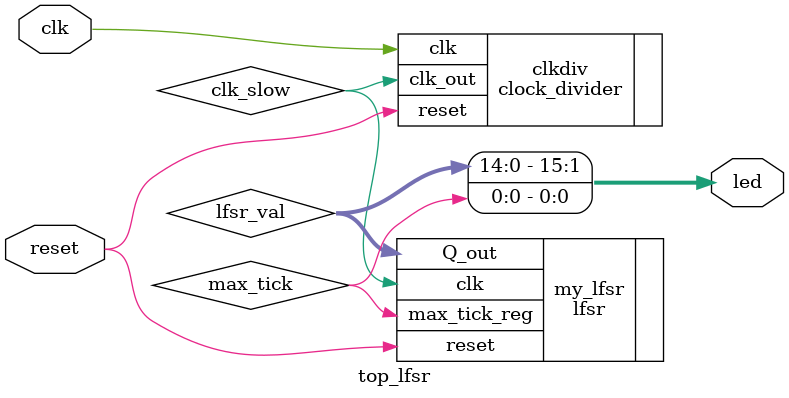
<source format=v>
`timescale 1ns / 1ps

module top_lfsr(
    input clk,                                                 // 100 MHz clock
    input reset,                                               // Asynchronous reset input (active high)
    output [15:0] led                                          // 16-bit output to drive LEDs (15 LFSR bits + 1 tick flag)

);

    wire clk_slow;                                             //wire for clock
    wire [21:0] lfsr_val;                                      // 22 bit tap output from the LFSR module
    wire max_tick;                                             // Flag indicating lsfr has completed a full cycle


    // Instantiate clock divider
    clock_divider #( .DIV_FACTOR(100_000_000) ) clkdiv (
        .clk(clk),
        .reset(reset),
        .clk_out(clk_slow)
    );

    // Instantiate  lfsr
    lfsr my_lfsr (
        .clk(clk_slow), // use slow clock for lfsr stepping
        .reset(reset),
        .Q_out(lfsr_val),
        .max_tick_reg(max_tick) //  high out when lsfr returns to initial seed
    );

    
    // Assign the lower 15 bits of lsfr and the max_tick flag to the 16 LEDS
    // led[15:1] shows lfsr_val[14:0], led[0] shows the max_tick pulse
  
    assign led[15:0] = {lfsr_val[14:0], max_tick}; // bit 0 = tick

endmodule

</source>
